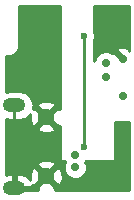
<source format=gbl>
G04 #@! TF.FileFunction,Copper,L2,Bot,Signal*
%FSLAX46Y46*%
G04 Gerber Fmt 4.6, Leading zero omitted, Abs format (unit mm)*
G04 Created by KiCad (PCBNEW 4.0.6) date 04/21/17 09:42:09*
%MOMM*%
%LPD*%
G01*
G04 APERTURE LIST*
%ADD10C,0.100000*%
%ADD11C,0.700000*%
%ADD12C,1.450000*%
%ADD13O,1.900000X1.200000*%
%ADD14C,0.600000*%
%ADD15C,0.250000*%
%ADD16C,0.254000*%
G04 APERTURE END LIST*
D10*
D11*
X146170000Y-102420000D03*
X146160000Y-103640000D03*
X143560000Y-111260000D03*
X147585000Y-102060000D03*
D12*
X141110000Y-107010000D03*
X141110000Y-112010000D03*
D13*
X138410000Y-106010000D03*
X138410000Y-113010000D03*
D11*
X143570000Y-110240000D03*
X147580000Y-105170000D03*
D14*
X144310000Y-100110000D03*
X144310000Y-109510000D03*
X139360000Y-100585000D03*
X141880000Y-105230000D03*
X147760000Y-108610000D03*
X139210000Y-103890000D03*
D15*
X144310000Y-100110000D02*
X144310000Y-109510000D01*
X138410000Y-106010000D02*
X138410000Y-107460000D01*
D16*
G36*
X142233000Y-106282397D02*
X142063398Y-106236207D01*
X141289605Y-107010000D01*
X142063398Y-107783793D01*
X142233000Y-107737603D01*
X142233000Y-110610000D01*
X142243006Y-110659410D01*
X142271447Y-110701035D01*
X142313841Y-110728315D01*
X142360000Y-110737000D01*
X142709585Y-110737000D01*
X142710105Y-110738258D01*
X142575172Y-111063212D01*
X142574830Y-111455069D01*
X142724471Y-111817229D01*
X143001314Y-112094555D01*
X143363212Y-112244828D01*
X143755069Y-112245170D01*
X144117229Y-112095529D01*
X144394555Y-111818686D01*
X144544828Y-111456788D01*
X144545170Y-111064931D01*
X144419895Y-110761742D01*
X144430169Y-110737000D01*
X146760000Y-110737000D01*
X146809410Y-110726994D01*
X146851035Y-110698553D01*
X146878315Y-110656159D01*
X146887000Y-110610000D01*
X146887000Y-107437000D01*
X148150000Y-107437000D01*
X148150000Y-113200000D01*
X141819355Y-113200000D01*
X141883793Y-112963398D01*
X141110000Y-112189605D01*
X140336207Y-112963398D01*
X140400645Y-113200000D01*
X139869957Y-113200000D01*
X139828731Y-113137000D01*
X138537000Y-113137000D01*
X138537000Y-113157000D01*
X138283000Y-113157000D01*
X138283000Y-113137000D01*
X138263000Y-113137000D01*
X138263000Y-112883000D01*
X138283000Y-112883000D01*
X138283000Y-111775000D01*
X138537000Y-111775000D01*
X138537000Y-112883000D01*
X139828731Y-112883000D01*
X139933424Y-112723012D01*
X140156602Y-112783793D01*
X140930395Y-112010000D01*
X141289605Y-112010000D01*
X142063398Y-112783793D01*
X142301753Y-112718878D01*
X142482312Y-112208854D01*
X142453949Y-111668556D01*
X142301753Y-111301122D01*
X142063398Y-111236207D01*
X141289605Y-112010000D01*
X140930395Y-112010000D01*
X140156602Y-111236207D01*
X139918247Y-111301122D01*
X139737688Y-111811146D01*
X139763505Y-112302945D01*
X139723080Y-112226526D01*
X139349947Y-111917610D01*
X138887000Y-111775000D01*
X138537000Y-111775000D01*
X138283000Y-111775000D01*
X137933000Y-111775000D01*
X137670000Y-111856017D01*
X137670000Y-111056602D01*
X140336207Y-111056602D01*
X141110000Y-111830395D01*
X141883793Y-111056602D01*
X141818878Y-110818247D01*
X141308854Y-110637688D01*
X140768556Y-110666051D01*
X140401122Y-110818247D01*
X140336207Y-111056602D01*
X137670000Y-111056602D01*
X137670000Y-107963398D01*
X140336207Y-107963398D01*
X140401122Y-108201753D01*
X140911146Y-108382312D01*
X141451444Y-108353949D01*
X141818878Y-108201753D01*
X141883793Y-107963398D01*
X141110000Y-107189605D01*
X140336207Y-107963398D01*
X137670000Y-107963398D01*
X137670000Y-107173601D01*
X138028948Y-107245000D01*
X138791052Y-107245000D01*
X139263666Y-107150991D01*
X139664329Y-106883277D01*
X139766044Y-106731050D01*
X139737688Y-106811146D01*
X139766051Y-107351444D01*
X139918247Y-107718878D01*
X140156602Y-107783793D01*
X140930395Y-107010000D01*
X140156602Y-106236207D01*
X139971002Y-106286754D01*
X140016782Y-106056602D01*
X140336207Y-106056602D01*
X141110000Y-106830395D01*
X141883793Y-106056602D01*
X141818878Y-105818247D01*
X141308854Y-105637688D01*
X140768556Y-105666051D01*
X140401122Y-105818247D01*
X140336207Y-106056602D01*
X140016782Y-106056602D01*
X140026052Y-106010000D01*
X139932043Y-105537386D01*
X139664329Y-105136723D01*
X139263666Y-104869009D01*
X138791052Y-104775000D01*
X138028948Y-104775000D01*
X137670000Y-104846399D01*
X137670000Y-101795000D01*
X138060000Y-101795000D01*
X138331705Y-101740954D01*
X138562046Y-101587046D01*
X138715954Y-101356705D01*
X138770000Y-101085000D01*
X138770000Y-97620000D01*
X142233000Y-97620000D01*
X142233000Y-106282397D01*
X142233000Y-106282397D01*
G37*
X142233000Y-106282397D02*
X142063398Y-106236207D01*
X141289605Y-107010000D01*
X142063398Y-107783793D01*
X142233000Y-107737603D01*
X142233000Y-110610000D01*
X142243006Y-110659410D01*
X142271447Y-110701035D01*
X142313841Y-110728315D01*
X142360000Y-110737000D01*
X142709585Y-110737000D01*
X142710105Y-110738258D01*
X142575172Y-111063212D01*
X142574830Y-111455069D01*
X142724471Y-111817229D01*
X143001314Y-112094555D01*
X143363212Y-112244828D01*
X143755069Y-112245170D01*
X144117229Y-112095529D01*
X144394555Y-111818686D01*
X144544828Y-111456788D01*
X144545170Y-111064931D01*
X144419895Y-110761742D01*
X144430169Y-110737000D01*
X146760000Y-110737000D01*
X146809410Y-110726994D01*
X146851035Y-110698553D01*
X146878315Y-110656159D01*
X146887000Y-110610000D01*
X146887000Y-107437000D01*
X148150000Y-107437000D01*
X148150000Y-113200000D01*
X141819355Y-113200000D01*
X141883793Y-112963398D01*
X141110000Y-112189605D01*
X140336207Y-112963398D01*
X140400645Y-113200000D01*
X139869957Y-113200000D01*
X139828731Y-113137000D01*
X138537000Y-113137000D01*
X138537000Y-113157000D01*
X138283000Y-113157000D01*
X138283000Y-113137000D01*
X138263000Y-113137000D01*
X138263000Y-112883000D01*
X138283000Y-112883000D01*
X138283000Y-111775000D01*
X138537000Y-111775000D01*
X138537000Y-112883000D01*
X139828731Y-112883000D01*
X139933424Y-112723012D01*
X140156602Y-112783793D01*
X140930395Y-112010000D01*
X141289605Y-112010000D01*
X142063398Y-112783793D01*
X142301753Y-112718878D01*
X142482312Y-112208854D01*
X142453949Y-111668556D01*
X142301753Y-111301122D01*
X142063398Y-111236207D01*
X141289605Y-112010000D01*
X140930395Y-112010000D01*
X140156602Y-111236207D01*
X139918247Y-111301122D01*
X139737688Y-111811146D01*
X139763505Y-112302945D01*
X139723080Y-112226526D01*
X139349947Y-111917610D01*
X138887000Y-111775000D01*
X138537000Y-111775000D01*
X138283000Y-111775000D01*
X137933000Y-111775000D01*
X137670000Y-111856017D01*
X137670000Y-111056602D01*
X140336207Y-111056602D01*
X141110000Y-111830395D01*
X141883793Y-111056602D01*
X141818878Y-110818247D01*
X141308854Y-110637688D01*
X140768556Y-110666051D01*
X140401122Y-110818247D01*
X140336207Y-111056602D01*
X137670000Y-111056602D01*
X137670000Y-107963398D01*
X140336207Y-107963398D01*
X140401122Y-108201753D01*
X140911146Y-108382312D01*
X141451444Y-108353949D01*
X141818878Y-108201753D01*
X141883793Y-107963398D01*
X141110000Y-107189605D01*
X140336207Y-107963398D01*
X137670000Y-107963398D01*
X137670000Y-107173601D01*
X138028948Y-107245000D01*
X138791052Y-107245000D01*
X139263666Y-107150991D01*
X139664329Y-106883277D01*
X139766044Y-106731050D01*
X139737688Y-106811146D01*
X139766051Y-107351444D01*
X139918247Y-107718878D01*
X140156602Y-107783793D01*
X140930395Y-107010000D01*
X140156602Y-106236207D01*
X139971002Y-106286754D01*
X140016782Y-106056602D01*
X140336207Y-106056602D01*
X141110000Y-106830395D01*
X141883793Y-106056602D01*
X141818878Y-105818247D01*
X141308854Y-105637688D01*
X140768556Y-105666051D01*
X140401122Y-105818247D01*
X140336207Y-106056602D01*
X140016782Y-106056602D01*
X140026052Y-106010000D01*
X139932043Y-105537386D01*
X139664329Y-105136723D01*
X139263666Y-104869009D01*
X138791052Y-104775000D01*
X138028948Y-104775000D01*
X137670000Y-104846399D01*
X137670000Y-101795000D01*
X138060000Y-101795000D01*
X138331705Y-101740954D01*
X138562046Y-101587046D01*
X138715954Y-101356705D01*
X138770000Y-101085000D01*
X138770000Y-97620000D01*
X142233000Y-97620000D01*
X142233000Y-106282397D01*
G36*
X148150000Y-101315392D02*
X148086307Y-101379085D01*
X148067827Y-101179380D01*
X147694075Y-101061643D01*
X147303718Y-101095897D01*
X147102173Y-101179380D01*
X147083693Y-101379088D01*
X147585000Y-101880395D01*
X147599143Y-101866253D01*
X147778748Y-102045858D01*
X147764605Y-102060000D01*
X147778748Y-102074143D01*
X147599143Y-102253748D01*
X147585000Y-102239605D01*
X147570858Y-102253748D01*
X147391253Y-102074143D01*
X147405395Y-102060000D01*
X146904088Y-101558693D01*
X146707966Y-101576841D01*
X146366788Y-101435172D01*
X145974931Y-101434830D01*
X145612771Y-101584471D01*
X145335445Y-101861314D01*
X145187000Y-102218810D01*
X145187000Y-100436088D01*
X145244838Y-100296799D01*
X145245162Y-99924833D01*
X145187000Y-99784070D01*
X145187000Y-97620000D01*
X148150000Y-97620000D01*
X148150000Y-101315392D01*
X148150000Y-101315392D01*
G37*
X148150000Y-101315392D02*
X148086307Y-101379085D01*
X148067827Y-101179380D01*
X147694075Y-101061643D01*
X147303718Y-101095897D01*
X147102173Y-101179380D01*
X147083693Y-101379088D01*
X147585000Y-101880395D01*
X147599143Y-101866253D01*
X147778748Y-102045858D01*
X147764605Y-102060000D01*
X147778748Y-102074143D01*
X147599143Y-102253748D01*
X147585000Y-102239605D01*
X147570858Y-102253748D01*
X147391253Y-102074143D01*
X147405395Y-102060000D01*
X146904088Y-101558693D01*
X146707966Y-101576841D01*
X146366788Y-101435172D01*
X145974931Y-101434830D01*
X145612771Y-101584471D01*
X145335445Y-101861314D01*
X145187000Y-102218810D01*
X145187000Y-100436088D01*
X145244838Y-100296799D01*
X145245162Y-99924833D01*
X145187000Y-99784070D01*
X145187000Y-97620000D01*
X148150000Y-97620000D01*
X148150000Y-101315392D01*
M02*

</source>
